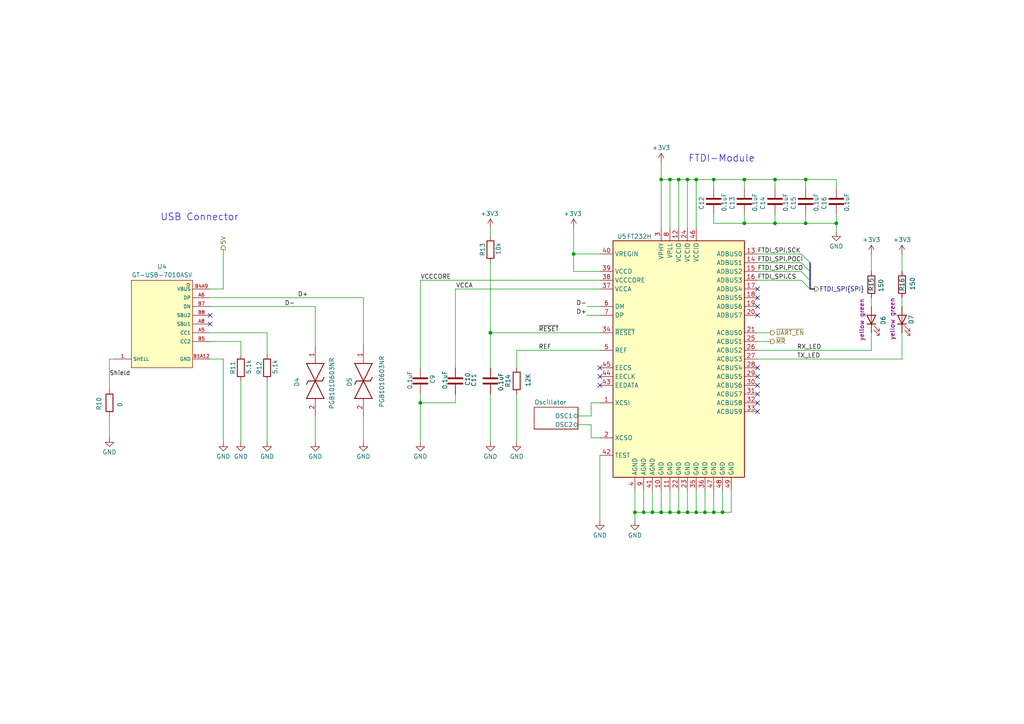
<source format=kicad_sch>
(kicad_sch (version 20231120) (generator "eeschema") (generator_version "8.0")
  (paper "A4")
  (title_block (title "PC connection") (date "2024-05-30") (rev "0.1"))
  (lib_symbols
    (symbol "Device:C" (pin_numbers hide) (pin_names (offset 0.254))
      (property "Reference" "C" (at 0.635 2.54 0))
      (property "Value" "C" (at 0.635 -2.54 0))
      (symbol "C_0_1"
        (polyline (pts (xy -2.032 -0.762) (xy 2.032 -0.762)) (stroke (width 0.508)))
        (polyline (pts (xy -2.032 0.762) (xy 2.032 0.762)) (stroke (width 0.508)))
      )
      (symbol "C_1_1"
        (pin passive line (at 0 3.81 270) (length 2.794) (name "~") (number "1"))
        (pin passive line (at 0 -3.81 90) (length 2.794) (name "~") (number "2"))
      )
    )
    (symbol "Device:LED" (pin_numbers hide) (pin_names (offset 1.016) hide)
      (property "Reference" "D" (at 0 2.54 0))
      (property "Value" "LED" (at 0 -2.54 0))
      (symbol "LED_0_1"
        (polyline (pts (xy -1.27 -1.27) (xy -1.27 1.27)) (stroke (width 0.254)))
        (polyline (pts (xy -1.27 0) (xy 1.27 0)))
        (polyline (pts (xy 1.27 -1.27) (xy 1.27 1.27) (xy -1.27 0) (xy 1.27 -1.27)) (stroke (width 0.254)))
        (polyline (pts (xy -3.048 -0.762) (xy -4.572 -2.286) (xy -3.81 -2.286) (xy -4.572 -2.286) (xy -4.572 -1.524)))
        (polyline (pts (xy -1.778 -0.762) (xy -3.302 -2.286) (xy -2.54 -2.286) (xy -3.302 -2.286) (xy -3.302 -1.524)))
      )
      (symbol "LED_1_1"
        (pin passive line (at -3.81 0 0) (length 2.54) (name "K") (number "1"))
        (pin passive line (at 3.81 0 180) (length 2.54) (name "A") (number "2"))
      )
    )
    (symbol "Device:R" (pin_numbers hide) (pin_names (offset 0))
      (property "Reference" "R" (at 2.032 0 90))
      (property "Value" "R" (at 0 0 90))
      (symbol "R_0_1"
        (rectangle (start -1.016 -2.54) (end 1.016 2.54) (stroke (width 0.254)))
      )
      (symbol "R_1_1"
        (pin passive line (at 0 3.81 270) (length 1.27) (name "~") (number "1"))
        (pin passive line (at 0 -3.81 90) (length 1.27) (name "~") (number "2"))
      )
    )
    (symbol "FABulous:FT232H"
      (property "Reference" "U" (at -19.05 35.56 0))
      (property "Value" "FT232H" (at 12.7 35.56 0))
      (symbol "FT232H_0_1"
        (rectangle (start -19.05 34.29) (end 19.05 -34.29) (stroke (width 0.254)) (fill (type background)))
      )
      (symbol "FT232H_1_1"
        (pin input line (at -22.86 -12.7 0) (length 3.81) (name "XCSI") (number "1"))
        (pin power_in line (at -5.08 -38.1 90) (length 3.81) (name "GND") (number "10"))
        (pin power_in line (at -2.54 -38.1 90) (length 3.81) (name "GND") (number "11"))
        (pin power_in line (at 0 38.1 270) (length 3.81) (name "VCCIO") (number "12"))
        (pin bidirectional line (at 22.86 30.48 180) (length 3.81) (name "ADBUS0") (number "13"))
        (pin bidirectional line (at 22.86 27.94 180) (length 3.81) (name "ADBUS1") (number "14"))
        (pin bidirectional line (at 22.86 25.4 180) (length 3.81) (name "ADBUS2") (number "15"))
        (pin bidirectional line (at 22.86 22.86 180) (length 3.81) (name "ADBUS3") (number "16"))
        (pin bidirectional line (at 22.86 20.32 180) (length 3.81) (name "ADBUS4") (number "17"))
        (pin bidirectional line (at 22.86 17.78 180) (length 3.81) (name "ADBUS5") (number "18"))
        (pin bidirectional line (at 22.86 15.24 180) (length 3.81) (name "ADBUS6") (number "19"))
        (pin output line (at -22.86 -22.86 0) (length 3.81) (name "XCSO") (number "2"))
        (pin bidirectional line (at 22.86 12.7 180) (length 3.81) (name "ADBUS7") (number "20"))
        (pin bidirectional line (at 22.86 7.62 180) (length 3.81) (name "ACBUS0") (number "21"))
        (pin power_in line (at 0 -38.1 90) (length 3.81) (name "GND") (number "22"))
        (pin power_in line (at 2.54 -38.1 90) (length 3.81) (name "GND") (number "23"))
        (pin power_in line (at 2.54 38.1 270) (length 3.81) (name "VCCIO") (number "24"))
        (pin bidirectional line (at 22.86 5.08 180) (length 3.81) (name "ACBUS1") (number "25"))
        (pin bidirectional line (at 22.86 2.54 180) (length 3.81) (name "ACBUS2") (number "26"))
        (pin bidirectional line (at 22.86 0 180) (length 3.81) (name "ACBUS3") (number "27"))
        (pin bidirectional line (at 22.86 -2.54 180) (length 3.81) (name "ACBUS4") (number "28"))
        (pin bidirectional line (at 22.86 -5.08 180) (length 3.81) (name "ACBUS5") (number "29"))
        (pin power_in line (at -5.08 38.1 270) (length 3.81) (name "VPHY") (number "3"))
        (pin bidirectional line (at 22.86 -7.62 180) (length 3.81) (name "ACBUS6") (number "30"))
        (pin bidirectional line (at 22.86 -10.16 180) (length 3.81) (name "ACBUS7") (number "31"))
        (pin bidirectional line (at 22.86 -12.7 180) (length 3.81) (name "ACBUS8") (number "32"))
        (pin bidirectional line (at 22.86 -15.24 180) (length 3.81) (name "ACBUS9") (number "33"))
        (pin input line (at -22.86 7.62 0) (length 3.81) (name "~{RESET}") (number "34"))
        (pin power_in line (at 5.08 -38.1 90) (length 3.81) (name "GND") (number "35"))
        (pin power_in line (at 7.62 -38.1 90) (length 3.81) (name "GND") (number "36"))
        (pin power_out line (at -22.86 20.32 0) (length 3.81) (name "VCCA") (number "37"))
        (pin power_out line (at -22.86 22.86 0) (length 3.81) (name "VCCCORE") (number "38"))
        (pin power_in line (at -22.86 25.4 0) (length 3.81) (name "VCCD") (number "39"))
        (pin power_in line (at -12.7 -38.1 90) (length 3.81) (name "AGND") (number "4"))
        (pin power_in line (at -22.86 30.48 0) (length 3.81) (name "VREGIN") (number "40"))
        (pin power_in line (at -7.62 -38.1 90) (length 3.81) (name "AGND") (number "41"))
        (pin input line (at -22.86 -27.94 0) (length 3.81) (name "TEST") (number "42"))
        (pin bidirectional line (at -22.86 -7.62 0) (length 3.81) (name "EEDATA") (number "43"))
        (pin input line (at -22.86 -5.08 0) (length 3.81) (name "EECLK") (number "44"))
        (pin input line (at -22.86 -2.54 0) (length 3.81) (name "EECS") (number "45"))
        (pin power_in line (at 5.08 38.1 270) (length 3.81) (name "VCCIO") (number "46"))
        (pin power_in line (at 10.16 -38.1 90) (length 3.81) (name "GND") (number "47"))
        (pin power_in line (at 12.7 -38.1 90) (length 3.81) (name "GND") (number "48"))
        (pin power_in line (at 15.24 -38.1 90) (length 3.81) (name "GND") (number "49"))
        (pin input line (at -22.86 2.54 0) (length 3.81) (name "REF") (number "5"))
        (pin bidirectional line (at -22.86 15.24 0) (length 3.81) (name "DM") (number "6"))
        (pin bidirectional line (at -22.86 12.7 0) (length 3.81) (name "DP") (number "7"))
        (pin power_in line (at -2.54 38.1 270) (length 3.81) (name "VPLL") (number "8"))
        (pin power_in line (at -10.16 -38.1 90) (length 3.81) (name "AGND") (number "9"))
      )
    )
    (symbol "PGB1010603NR:PGB1010603NR" (pin_names hide)
      (property "Reference" "D" (at 12.7 8.89 0))
      (property "Value" "PGB1010603NR" (at 12.7 6.35 0))
      (symbol "PGB1010603NR_1_1"
        (polyline (pts (xy 5.08 2.54) (xy 5.08 -2.54)) (stroke (width 0.254)))
        (polyline (pts (xy 5.08 2.54) (xy 10.16 0)) (stroke (width 0.254)))
        (polyline (pts (xy 9.144 2.54) (xy 10.16 2.032)) (stroke (width 0.254)))
        (polyline (pts (xy 10.16 -2.032) (xy 10.16 2.032)) (stroke (width 0.254)))
        (polyline (pts (xy 10.16 -2.032) (xy 11.176 -2.54)) (stroke (width 0.254)))
        (polyline (pts (xy 10.16 0) (xy 5.08 -2.54)) (stroke (width 0.254)))
        (polyline (pts (xy 10.16 0) (xy 15.24 -2.54)) (stroke (width 0.254)))
        (polyline (pts (xy 15.24 2.54) (xy 10.16 0)) (stroke (width 0.254)))
        (polyline (pts (xy 15.24 2.54) (xy 15.24 -2.54)) (stroke (width 0.254)))
        (pin passive line (at 0 0 0) (length 5.08) (name "1") (number "1"))
        (pin passive line (at 20.32 0 180) (length 5.08) (name "2") (number "2"))
      )
    )
    (symbol "easy_eda:GT-USB-7010ASV"
      (property "Reference" "U" (at 0 1.27 0))
      (property "Value" "GT-USB-7010ASV" (at 0 -2.54 0))
      (symbol "GT-USB-7010ASV_0_1"
        (rectangle (start -10.16 10.16) (end 7.62 -15.24) (fill (type background)))
        (circle (center -8.89 8.89) (radius 0.381) (fill (type background)))
      )
      (symbol "GT-USB-7010ASV_1_1"
        (pin passive line (at 12.7 -12.7 180) (length 5.08) (name "SHELL") (number "1"))
        (pin passive line (at 12.7 -12.7 180) (length 5.08) hide (name "SHELL") (number "2"))
        (pin passive line (at 12.7 -12.7 180) (length 5.08) hide (name "SHELL") (number "3"))
        (pin passive line (at 12.7 -12.7 180) (length 5.08) hide (name "SHELL") (number "4"))
        (pin passive line (at -15.24 -12.7 0) (length 5.08) hide (name "GND") (number "A1B12"))
        (pin passive line (at -15.24 7.62 0) (length 5.08) hide (name "VBUS") (number "A4B9"))
        (pin passive line (at -15.24 -5.08 0) (length 5.08) (name "CC1") (number "A5"))
        (pin bidirectional line (at -15.24 5.08 0) (length 5.08) (name "DP") (number "A6"))
        (pin bidirectional line (at -15.24 2.54 0) (length 5.08) hide (name "DN1") (number "A7"))
        (pin passive line (at -15.24 -2.54 0) (length 5.08) (name "SBU1") (number "A8"))
        (pin power_out line (at -15.24 -12.7 0) (length 5.08) (name "GND") (number "B1A12"))
        (pin power_out line (at -15.24 7.62 0) (length 5.08) (name "VBUS") (number "B4A9"))
        (pin passive line (at -15.24 -7.62 0) (length 5.08) (name "CC2") (number "B5"))
        (pin bidirectional line (at -15.24 5.08 0) (length 5.08) hide (name "DP2") (number "B6"))
        (pin bidirectional line (at -15.24 2.54 0) (length 5.08) (name "DN") (number "B7"))
        (pin passive line (at -15.24 0 0) (length 5.08) (name "SBU2") (number "B8"))
      )
    )
    (symbol "power:+3V3" (power) (pin_numbers hide) (pin_names (offset 0) hide)
      (property "Value" "+3V3" (at 0 3.556 0))
      (symbol "+3V3_0_1"
        (polyline (pts (xy -0.762 1.27) (xy 0 2.54)))
        (polyline (pts (xy 0 0) (xy 0 2.54)))
        (polyline (pts (xy 0 2.54) (xy 0.762 1.27)))
      )
      (symbol "+3V3_1_1"
        (pin power_in line (at 0 0 90) (length 0) (name "~") (number "1"))
      )
    )
    (symbol "power:GND" (power) (pin_numbers hide) (pin_names (offset 0) hide)
      (property "Value" "GND" (at 0 -3.81 0))
      (symbol "GND_0_1"
        (polyline (pts (xy 0 0) (xy 0 -1.27) (xy 1.27 -1.27) (xy 0 -2.54) (xy -1.27 -1.27) (xy 0 -1.27)))
      )
      (symbol "GND_1_1"
        (pin power_in line (at 0 0 270) (length 0) (name "~") (number "1"))
      )
    )
  )
  (junction (at 191.77 52.07))
  (junction (at 201.93 52.07))
  (junction (at 233.68 52.07))
  (junction (at 184.15 148.59))
  (junction (at 209.55 148.59))
  (junction (at 166.37 73.66))
  (junction (at 196.85 52.07))
  (junction (at 242.57 64.77))
  (junction (at 191.77 148.59))
  (junction (at 194.31 52.07))
  (junction (at 186.69 148.59))
  (junction (at 204.47 148.59))
  (junction (at 201.93 148.59))
  (junction (at 196.85 148.59))
  (junction (at 207.01 52.07))
  (junction (at 199.39 52.07))
  (junction (at 215.9 52.07))
  (junction (at 142.24 96.52))
  (junction (at 224.79 64.77))
  (junction (at 207.01 148.59))
  (junction (at 194.31 148.59))
  (junction (at 121.92 116.84))
  (junction (at 189.23 148.59))
  (junction (at 199.39 148.59))
  (junction (at 224.79 52.07))
  (junction (at 233.68 64.77))
  (junction (at 215.9 64.77))
  (no_connect (at 219.71 116.84))
  (no_connect (at 219.71 83.82))
  (no_connect (at 219.71 111.76))
  (no_connect (at 60.96 91.44))
  (no_connect (at 173.99 109.22))
  (no_connect (at 219.71 119.38))
  (no_connect (at 219.71 88.9))
  (no_connect (at 173.99 111.76))
  (no_connect (at 219.71 114.3))
  (no_connect (at 219.71 106.68))
  (no_connect (at 60.96 93.98))
  (no_connect (at 173.99 106.68))
  (no_connect (at 219.71 91.44))
  (no_connect (at 219.71 109.22))
  (no_connect (at 219.71 86.36))
  (bus_entry (at 232.41 78.74) (size 2.54 2.54))
  (bus_entry (at 232.41 81.28) (size 2.54 2.54))
  (bus_entry (at 232.41 76.2) (size 2.54 2.54))
  (bus_entry (at 232.41 73.66) (size 2.54 2.54))
  (wire (pts (xy 215.9 52.07) (xy 224.79 52.07)))
  (wire (pts (xy 149.86 106.68) (xy 149.86 101.6)))
  (wire (pts (xy 189.23 148.59) (xy 191.77 148.59)))
  (wire (pts (xy 91.44 88.9) (xy 91.44 100.33)))
  (wire (pts (xy 105.41 120.65) (xy 105.41 128.27)))
  (wire (pts (xy 142.24 76.2) (xy 142.24 96.52)))
  (wire (pts (xy 91.44 120.65) (xy 91.44 128.27)))
  (wire (pts (xy 60.96 83.82) (xy 64.77 83.82)))
  (wire (pts (xy 212.09 142.24) (xy 212.09 148.59)))
  (wire (pts (xy 69.85 110.49) (xy 69.85 128.27)))
  (wire (pts (xy 219.71 73.66) (xy 232.41 73.66)))
  (wire (pts (xy 166.37 73.66) (xy 173.99 73.66)))
  (wire (pts (xy 252.73 73.66) (xy 252.73 78.74)))
  (wire (pts (xy 132.08 83.82) (xy 173.99 83.82)))
  (wire (pts (xy 261.62 86.36) (xy 261.62 88.9)))
  (wire (pts (xy 212.09 148.59) (xy 209.55 148.59)))
  (wire (pts (xy 171.45 116.84) (xy 173.99 116.84)))
  (wire (pts (xy 215.9 64.77) (xy 224.79 64.77)))
  (wire (pts (xy 224.79 64.77) (xy 233.68 64.77)))
  (wire (pts (xy 224.79 62.23) (xy 224.79 64.77)))
  (wire (pts (xy 69.85 99.06) (xy 60.96 99.06)))
  (wire (pts (xy 233.68 64.77) (xy 242.57 64.77)))
  (wire (pts (xy 77.47 96.52) (xy 77.47 102.87)))
  (bus (pts (xy 234.95 81.28) (xy 234.95 83.82)))
  (wire (pts (xy 60.96 104.14) (xy 64.77 104.14)))
  (wire (pts (xy 196.85 142.24) (xy 196.85 148.59)))
  (wire (pts (xy 242.57 52.07) (xy 242.57 54.61)))
  (wire (pts (xy 142.24 114.3) (xy 142.24 128.27)))
  (wire (pts (xy 121.92 81.28) (xy 121.92 106.68)))
  (wire (pts (xy 184.15 148.59) (xy 186.69 148.59)))
  (wire (pts (xy 191.77 142.24) (xy 191.77 148.59)))
  (wire (pts (xy 215.9 62.23) (xy 215.9 64.77)))
  (wire (pts (xy 219.71 101.6) (xy 252.73 101.6)))
  (wire (pts (xy 31.75 104.14) (xy 31.75 113.03)))
  (wire (pts (xy 31.75 120.65) (xy 31.75 127)))
  (wire (pts (xy 194.31 142.24) (xy 194.31 148.59)))
  (wire (pts (xy 191.77 52.07) (xy 191.77 66.04)))
  (wire (pts (xy 167.64 123.19) (xy 171.45 123.19)))
  (wire (pts (xy 149.86 101.6) (xy 173.99 101.6)))
  (wire (pts (xy 252.73 101.6) (xy 252.73 96.52)))
  (bus (pts (xy 234.95 83.82) (xy 236.22 83.82)))
  (wire (pts (xy 252.73 86.36) (xy 252.73 88.9)))
  (wire (pts (xy 215.9 64.77) (xy 207.01 64.77)))
  (wire (pts (xy 170.18 91.44) (xy 173.99 91.44)))
  (wire (pts (xy 215.9 54.61) (xy 215.9 52.07)))
  (wire (pts (xy 219.71 76.2) (xy 232.41 76.2)))
  (wire (pts (xy 171.45 123.19) (xy 171.45 127)))
  (wire (pts (xy 242.57 64.77) (xy 242.57 62.23)))
  (wire (pts (xy 191.77 148.59) (xy 194.31 148.59)))
  (wire (pts (xy 201.93 52.07) (xy 201.93 66.04)))
  (wire (pts (xy 171.45 127) (xy 173.99 127)))
  (wire (pts (xy 194.31 52.07) (xy 194.31 66.04)))
  (wire (pts (xy 121.92 116.84) (xy 121.92 128.27)))
  (wire (pts (xy 204.47 148.59) (xy 201.93 148.59)))
  (wire (pts (xy 121.92 114.3) (xy 121.92 116.84)))
  (wire (pts (xy 132.08 106.68) (xy 132.08 83.82)))
  (wire (pts (xy 224.79 54.61) (xy 224.79 52.07)))
  (wire (pts (xy 233.68 62.23) (xy 233.68 64.77)))
  (wire (pts (xy 196.85 52.07) (xy 199.39 52.07)))
  (bus (pts (xy 234.95 76.2) (xy 234.95 78.74)))
  (wire (pts (xy 242.57 64.77) (xy 242.57 67.31)))
  (wire (pts (xy 132.08 116.84) (xy 132.08 114.3)))
  (bus (pts (xy 234.95 78.74) (xy 234.95 81.28)))
  (wire (pts (xy 69.85 102.87) (xy 69.85 99.06)))
  (wire (pts (xy 219.71 99.06) (xy 223.52 99.06)))
  (wire (pts (xy 60.96 88.9) (xy 91.44 88.9)))
  (wire (pts (xy 199.39 142.24) (xy 199.39 148.59)))
  (wire (pts (xy 201.93 148.59) (xy 199.39 148.59)))
  (wire (pts (xy 142.24 106.68) (xy 142.24 96.52)))
  (wire (pts (xy 199.39 52.07) (xy 201.93 52.07)))
  (wire (pts (xy 219.71 78.74) (xy 232.41 78.74)))
  (wire (pts (xy 261.62 73.66) (xy 261.62 78.74)))
  (wire (pts (xy 64.77 104.14) (xy 64.77 128.27)))
  (wire (pts (xy 173.99 151.13) (xy 173.99 132.08)))
  (wire (pts (xy 201.93 52.07) (xy 207.01 52.07)))
  (wire (pts (xy 233.68 52.07) (xy 233.68 54.61)))
  (wire (pts (xy 173.99 81.28) (xy 121.92 81.28)))
  (wire (pts (xy 166.37 73.66) (xy 166.37 78.74)))
  (wire (pts (xy 207.01 64.77) (xy 207.01 62.23)))
  (wire (pts (xy 184.15 142.24) (xy 184.15 148.59)))
  (wire (pts (xy 105.41 86.36) (xy 105.41 100.33)))
  (wire (pts (xy 60.96 96.52) (xy 77.47 96.52)))
  (wire (pts (xy 60.96 86.36) (xy 105.41 86.36)))
  (wire (pts (xy 219.71 104.14) (xy 261.62 104.14)))
  (wire (pts (xy 142.24 66.04) (xy 142.24 68.58)))
  (wire (pts (xy 142.24 96.52) (xy 173.99 96.52)))
  (wire (pts (xy 170.18 88.9) (xy 173.99 88.9)))
  (wire (pts (xy 194.31 148.59) (xy 196.85 148.59)))
  (wire (pts (xy 186.69 142.24) (xy 186.69 148.59)))
  (wire (pts (xy 196.85 52.07) (xy 196.85 66.04)))
  (wire (pts (xy 219.71 96.52) (xy 223.52 96.52)))
  (wire (pts (xy 184.15 151.13) (xy 184.15 148.59)))
  (wire (pts (xy 33.02 104.14) (xy 31.75 104.14)))
  (wire (pts (xy 215.9 52.07) (xy 207.01 52.07)))
  (wire (pts (xy 209.55 142.24) (xy 209.55 148.59)))
  (wire (pts (xy 219.71 81.28) (xy 232.41 81.28)))
  (wire (pts (xy 196.85 148.59) (xy 199.39 148.59)))
  (wire (pts (xy 189.23 142.24) (xy 189.23 148.59)))
  (wire (pts (xy 199.39 52.07) (xy 199.39 66.04)))
  (wire (pts (xy 191.77 46.99) (xy 191.77 52.07)))
  (wire (pts (xy 233.68 52.07) (xy 242.57 52.07)))
  (wire (pts (xy 121.92 116.84) (xy 132.08 116.84)))
  (wire (pts (xy 201.93 142.24) (xy 201.93 148.59)))
  (wire (pts (xy 171.45 116.84) (xy 171.45 120.65)))
  (wire (pts (xy 204.47 142.24) (xy 204.47 148.59)))
  (wire (pts (xy 149.86 114.3) (xy 149.86 128.27)))
  (wire (pts (xy 209.55 148.59) (xy 207.01 148.59)))
  (wire (pts (xy 261.62 104.14) (xy 261.62 96.52)))
  (wire (pts (xy 194.31 52.07) (xy 196.85 52.07)))
  (wire (pts (xy 191.77 52.07) (xy 194.31 52.07)))
  (wire (pts (xy 186.69 148.59) (xy 189.23 148.59)))
  (wire (pts (xy 167.64 120.65) (xy 171.45 120.65)))
  (wire (pts (xy 207.01 52.07) (xy 207.01 54.61)))
  (wire (pts (xy 207.01 142.24) (xy 207.01 148.59)))
  (wire (pts (xy 224.79 52.07) (xy 233.68 52.07)))
  (wire (pts (xy 166.37 78.74) (xy 173.99 78.74)))
  (wire (pts (xy 77.47 110.49) (xy 77.47 128.27)))
  (wire (pts (xy 64.77 72.39) (xy 64.77 83.82)))
  (wire (pts (xy 207.01 148.59) (xy 204.47 148.59)))
  (wire (pts (xy 166.37 66.04) (xy 166.37 73.66)))
  (text "USB Connector" (at 46.482 64.262 0) (effects (font (size 2 2)) (justify left bottom)))
  (text "FTDI-Module\n" (at 199.644 47.244 0) (effects (font (size 2 2)) (justify left bottom)))
  (label "Shield" (at 31.75 109.22 0))
  (label "TX_LED" (at 231.14 104.14 0))
  (label "~{RESET}" (at 156.21 96.52 0))
  (label "FTDI_SPI.SCK" (at 219.71 73.66 0))
  (label "FTDI_SPI.POCI" (at 219.71 76.2 0))
  (label "D-" (at 82.55 88.9 0))
  (label "D+" (at 170.18 91.44 180))
  (label "RX_LED" (at 231.14 101.6 0))
  (label "REF" (at 156.21 101.6 0))
  (label "FTDI_SPI.CS" (at 219.71 81.28 0))
  (label "D-" (at 170.18 88.9 180))
  (label "D+" (at 86.36 86.36 0))
  (label "FTDI_SPI.PICO" (at 219.71 78.74 0))
  (label "VCCCORE" (at 130.81 81.28 180))
  (label "VCCA" (at 137.16 83.82 180))
  (hierarchical_label "~{MR}" (shape output) (at 223.52 99.06 0))
  (hierarchical_label "~{UART_EN}" (shape output) (at 223.52 96.52 0))
  (hierarchical_label "FTDI_SPI{SPI}" (shape output) (at 236.22 83.82 0))
  (hierarchical_label "5V" (shape output) (at 64.77 72.39 90))
  (symbol (lib_id "Device:R") (at 142.24 72.39 0) (unit 1)
    (property "Reference" "R13" (at 139.954 72.39 90))
    (property "Value" "10k" (at 144.526 72.136 90))
    (property "Footprint" "Resistor_SMD:R_0805_2012Metric" (effects (hide yes)))
    (property "Description" "Resistor" (effects (hide yes)))
  )
  (symbol (lib_id "Device:C") (at 142.24 110.49 180) (unit 1)
    (property "Reference" "C11" (at 137.414 110.236 90))
    (property "Value" "0.1uF" (at 145.288 110.744 90))
    (property "Footprint" "Capacitor_SMD:C_0805_2012Metric" (effects (hide yes)))
    (property "Description" "Unpolarized capacitor" (effects (hide yes)))
  )
  (symbol (lib_id "power:GND") (at 77.47 128.27 0) (unit 1)
    (property "Reference" "#PWR033" (effects (hide yes)))
    (property "Value" "GND" (at 77.47 132.4031 0))
    (property "Description" "Power symbol creates a global label with name \"GND\" , ground" (effects (hide yes)))
  )
  (symbol (lib_id "Device:R") (at 69.85 106.68 0) (unit 1)
    (property "Reference" "R11" (at 67.564 106.68 90))
    (property "Value" "5.1k" (at 72.136 106.426 90))
    (property "Footprint" "Resistor_SMD:R_0805_2012Metric" (effects (hide yes)))
    (property "Description" "Resistor" (effects (hide yes)))
  )
  (symbol (lib_id "power:GND") (at 142.24 128.27 0) (unit 1)
    (property "Reference" "#PWR038" (effects (hide yes)))
    (property "Value" "GND" (at 142.24 132.4031 0))
    (property "Description" "Power symbol creates a global label with name \"GND\" , ground" (effects (hide yes)))
  )
  (symbol (lib_id "power:+3V3") (at 142.24 66.04 0) (unit 1)
    (property "Reference" "#PWR037" (effects (hide yes)))
    (property "Value" "+3V3" (at 141.986 61.976 0))
    (property "Description" "Power symbol creates a global label with name \"+3V3\"" (effects (hide yes)))
  )
  (symbol (lib_id "power:GND") (at 105.41 128.27 0) (unit 1)
    (property "Reference" "#PWR035" (effects (hide yes)))
    (property "Value" "GND" (at 105.41 132.4031 0))
    (property "Description" "Power symbol creates a global label with name \"GND\" , ground" (effects (hide yes)))
  )
  (symbol (lib_id "power:GND") (at 91.44 128.27 0) (unit 1)
    (property "Reference" "#PWR034" (effects (hide yes)))
    (property "Value" "GND" (at 91.44 132.4031 0))
    (property "Description" "Power symbol creates a global label with name \"GND\" , ground" (effects (hide yes)))
  )
  (symbol (lib_id "power:GND") (at 121.92 128.27 0) (unit 1)
    (property "Reference" "#PWR036" (effects (hide yes)))
    (property "Value" "GND" (at 121.92 132.4031 0))
    (property "Description" "Power symbol creates a global label with name \"GND\" , ground" (effects (hide yes)))
  )
  (symbol (lib_id "PGB1010603NR:PGB1010603NR") (at 91.44 100.33 270) (unit 1)
    (property "Reference" "D4" (at 86.106 109.474 0) (effects (justify left)))
    (property "Value" "PGB1010603NR" (at 96.266 103.632 0) (effects (justify left)))
    (property "Footprint" "easy_eda:D0603-BI" (effects (hide yes)))
    (property "Datasheet" "https://www.littelfuse.com/data/en/data_sheets/littelfuse_pulseguard-esd_pgb1.pdf" (effects (hide yes)))
    (property "Description" "ESD Suppressors / TVS Diodes 0603 24VDC .06pF" (effects (hide yes)))
    (property "Height" "0.36" (effects (hide yes)))
    (property "Manufacturer_Name" "LITTELFUSE" (effects (hide yes)))
    (property "Manufacturer_Part_Number" "PGB1010603NR" (effects (hide yes)))
    (property "Mouser Part Number" "576-PGB1010603NR" (effects (hide yes)))
    (property "Mouser Price/Stock" "https://www.mouser.co.uk/ProductDetail/Littelfuse/PGB1010603NR?qs=gu7KAQ731UTJOoBJUwB8FA%3D%3D" (effects (hide yes)))
    (property "Arrow Part Number" "PGB1010603NR" (effects (hide yes)))
    (property "Arrow Price/Stock" "https://www.arrow.com/en/products/pgb1010603nr/littelfuse?region=nac" (effects (hide yes)))
  )
  (symbol (lib_id "Device:R") (at 77.47 106.68 0) (unit 1)
    (property "Reference" "R12" (at 75.184 106.68 90))
    (property "Value" "5.1k" (at 79.756 106.426 90))
    (property "Footprint" "Resistor_SMD:R_0805_2012Metric" (effects (hide yes)))
    (property "Description" "Resistor" (effects (hide yes)))
  )
  (symbol (lib_id "power:+3V3") (at 252.73 73.66 0) (unit 1)
    (property "Reference" "#PWR045" (effects (hide yes)))
    (property "Value" "+3V3" (at 252.73 69.5269 0))
    (property "Description" "Power symbol creates a global label with name \"+3V3\"" (effects (hide yes)))
  )
  (symbol (lib_id "Device:C") (at 121.92 110.49 0) (unit 1)
    (property "Reference" "C9" (at 125.476 109.982 90))
    (property "Value" "0.1uF" (at 118.872 110.236 90))
    (property "Footprint" "Capacitor_SMD:C_0805_2012Metric" (effects (hide yes)))
    (property "Description" "Unpolarized capacitor" (effects (hide yes)))
  )
  (symbol (lib_id "power:GND") (at 69.85 128.27 0) (unit 1)
    (property "Reference" "#PWR032" (effects (hide yes)))
    (property "Value" "GND" (at 69.85 132.4031 0))
    (property "Description" "Power symbol creates a global label with name \"GND\" , ground" (effects (hide yes)))
  )
  (symbol (lib_id "power:GND") (at 184.15 151.13 0) (unit 1)
    (property "Reference" "#PWR042" (effects (hide yes)))
    (property "Value" "GND" (at 184.15 155.2631 0))
    (property "Description" "Power symbol creates a global label with name \"GND\" , ground" (effects (hide yes)))
  )
  (symbol (lib_id "Device:R") (at 252.73 82.55 180) (unit 1)
    (property "Reference" "R15" (at 252.73 82.55 90))
    (property "Value" "150" (at 255.524 82.804 90))
    (property "Footprint" "Resistor_SMD:R_0805_2012Metric" (effects (hide yes)))
    (property "Description" "Resistor" (effects (hide yes)))
  )
  (symbol (lib_id "Device:C") (at 132.08 110.49 0) (unit 1)
    (property "Reference" "C10" (at 135.636 109.982 90))
    (property "Value" "0.1uF" (at 129.032 110.236 90))
    (property "Footprint" "Capacitor_SMD:C_0805_2012Metric" (effects (hide yes)))
    (property "Description" "Unpolarized capacitor" (effects (hide yes)))
  )
  (symbol (lib_id "Device:R") (at 261.62 82.55 180) (unit 1)
    (property "Reference" "R16" (at 261.62 82.55 90))
    (property "Value" "150" (at 264.668 82.296 90))
    (property "Footprint" "Resistor_SMD:R_0805_2012Metric" (effects (hide yes)))
    (property "Description" "Resistor" (effects (hide yes)))
  )
  (symbol (lib_id "easy_eda:GT-USB-7010ASV") (at 45.72 91.44 0) (mirror y) (unit 1)
    (property "Reference" "U4" (at 46.99 77.3317 0))
    (property "Value" "GT-USB-7010ASV" (at 46.99 79.756 0))
    (property "Footprint" "easy_eda:USB-C-SMD_G-SWITCH_GT-USB-7010ASV" (effects (hide yes)))
    (property "Datasheet" "https://atta.szlcsc.com/upload/public/pdf/source/20220407/8043DBBC37E1BDE9D4FD36EE7A4A9BB9.pdf" (effects (hide yes)))
    (property "LCSC" "C2988369" (effects (hide yes)))
  )
  (symbol (lib_id "Device:LED") (at 252.73 92.71 90) (unit 1)
    (property "Reference" "D6" (at 256.159 92.964 0))
    (property "Value" "C965826" (effects (hide yes)))
    (property "Footprint" "LED_SMD:LED_1206_3216Metric" (effects (hide yes)))
    (property "Description" "yellow green" (at 249.936 92.71 0))
    (property "LCSC Number" " C965826" (effects (hide yes)))
  )
  (symbol (lib_id "power:+3V3") (at 166.37 66.04 0) (unit 1)
    (property "Reference" "#PWR040" (effects (hide yes)))
    (property "Value" "+3V3" (at 166.116 61.976 0))
    (property "Description" "Power symbol creates a global label with name \"+3V3\"" (effects (hide yes)))
  )
  (symbol (lib_id "Device:LED") (at 261.62 92.71 90) (unit 1)
    (property "Reference" "D7" (at 264.287 92.71 0))
    (property "Value" "C965826" (effects (hide yes)))
    (property "Footprint" "LED_SMD:LED_1206_3216Metric" (effects (hide yes)))
    (property "Description" "yellow green" (at 258.826 92.456 0))
    (property "LCSC Number" " C965826" (effects (hide yes)))
  )
  (symbol (lib_id "power:GND") (at 173.99 151.13 0) (unit 1)
    (property "Reference" "#PWR041" (effects (hide yes)))
    (property "Value" "GND" (at 173.99 155.2631 0))
    (property "Description" "Power symbol creates a global label with name \"GND\" , ground" (effects (hide yes)))
  )
  (symbol (lib_id "power:GND") (at 64.77 128.27 0) (unit 1)
    (property "Reference" "#PWR031" (effects (hide yes)))
    (property "Value" "GND" (at 64.77 132.4031 0))
    (property "Description" "Power symbol creates a global label with name \"GND\" , ground" (effects (hide yes)))
  )
  (symbol (lib_id "power:GND") (at 242.57 67.31 0) (unit 1)
    (property "Reference" "#PWR044" (effects (hide yes)))
    (property "Value" "GND" (at 242.57 71.4431 0))
    (property "Description" "Power symbol creates a global label with name \"GND\" , ground" (effects (hide yes)))
  )
  (symbol (lib_id "FABulous:FT232H") (at 196.85 104.14 0) (unit 1)
    (property "Reference" "U5" (at 180.34 68.58 0))
    (property "Value" "FT232H" (at 185.42 68.58 0))
    (property "Footprint" "Package_QFP:LQFP-48-1EP_7x7mm_P0.5mm_EP3.6x3.6mm" (effects (hide yes)))
    (property "Datasheet" "https://www.ftdichip.com/Support/Documents/DataSheets/ICs/DS_FT232H.pdf" (effects (hide yes)))
    (property "Description" "Hi Speed Single Channel USB UART/FIFO, LQFP/QFN-48" (effects (hide yes)))
  )
  (symbol (lib_id "Device:C") (at 242.57 58.42 180) (unit 1)
    (property "Reference" "C16" (at 239.014 58.928 90))
    (property "Value" "0.1uF" (at 245.618 58.674 90))
    (property "Footprint" "Capacitor_SMD:C_0805_2012Metric" (effects (hide yes)))
    (property "Description" "Unpolarized capacitor" (effects (hide yes)))
  )
  (symbol (lib_id "Device:C") (at 224.79 58.42 180) (unit 1)
    (property "Reference" "C14" (at 221.234 58.928 90))
    (property "Value" "0.1uF" (at 227.838 58.674 90))
    (property "Footprint" "Capacitor_SMD:C_0805_2012Metric" (effects (hide yes)))
    (property "Description" "Unpolarized capacitor" (effects (hide yes)))
  )
  (symbol (lib_id "power:+3V3") (at 191.77 46.99 0) (unit 1)
    (property "Reference" "#PWR043" (effects (hide yes)))
    (property "Value" "+3V3" (at 191.77 42.8569 0))
    (property "Description" "Power symbol creates a global label with name \"+3V3\"" (effects (hide yes)))
  )
  (symbol (lib_id "Device:R") (at 149.86 110.49 180) (unit 1)
    (property "Reference" "R14" (at 147.32 110.49 90))
    (property "Value" "12K" (at 153.162 110.236 90))
    (property "Footprint" "Resistor_SMD:R_0805_2012Metric" (effects (hide yes)))
    (property "Description" "Resistor" (effects (hide yes)))
  )
  (symbol (lib_id "power:GND") (at 149.86 128.27 0) (unit 1)
    (property "Reference" "#PWR039" (effects (hide yes)))
    (property "Value" "GND" (at 149.86 132.4031 0))
    (property "Description" "Power symbol creates a global label with name \"GND\" , ground" (effects (hide yes)))
  )
  (symbol (lib_id "Device:C") (at 207.01 58.42 180) (unit 1)
    (property "Reference" "C12" (at 203.454 58.928 90))
    (property "Value" "0.1uF" (at 210.058 58.674 90))
    (property "Footprint" "Capacitor_SMD:C_0805_2012Metric" (effects (hide yes)))
    (property "Description" "Unpolarized capacitor" (effects (hide yes)))
  )
  (symbol (lib_id "Device:C") (at 233.68 58.42 180) (unit 1)
    (property "Reference" "C15" (at 230.124 58.928 90))
    (property "Value" "0.1uF" (at 236.728 58.674 90))
    (property "Footprint" "Capacitor_SMD:C_0805_2012Metric" (effects (hide yes)))
    (property "Description" "Unpolarized capacitor" (effects (hide yes)))
  )
  (symbol (lib_id "PGB1010603NR:PGB1010603NR") (at 105.41 100.33 270) (unit 1)
    (property "Reference" "D5" (at 101.346 109.474 0) (effects (justify left)))
    (property "Value" "PGB1010603NR" (at 110.744 103.124 0) (effects (justify left)))
    (property "Footprint" "easy_eda:D0603-BI" (effects (hide yes)))
    (property "Datasheet" "https://www.littelfuse.com/data/en/data_sheets/littelfuse_pulseguard-esd_pgb1.pdf" (effects (hide yes)))
    (property "Description" "ESD Suppressors / TVS Diodes 0603 24VDC .06pF" (effects (hide yes)))
    (property "Height" "0.36" (effects (hide yes)))
    (property "Manufacturer_Name" "LITTELFUSE" (effects (hide yes)))
    (property "Manufacturer_Part_Number" "PGB1010603NR" (effects (hide yes)))
    (property "Mouser Part Number" "576-PGB1010603NR" (effects (hide yes)))
    (property "Mouser Price/Stock" "https://www.mouser.co.uk/ProductDetail/Littelfuse/PGB1010603NR?qs=gu7KAQ731UTJOoBJUwB8FA%3D%3D" (effects (hide yes)))
    (property "Arrow Part Number" "PGB1010603NR" (effects (hide yes)))
    (property "Arrow Price/Stock" "https://www.arrow.com/en/products/pgb1010603nr/littelfuse?region=nac" (effects (hide yes)))
  )
  (symbol (lib_id "power:+3V3") (at 261.62 73.66 0) (unit 1)
    (property "Reference" "#PWR046" (effects (hide yes)))
    (property "Value" "+3V3" (at 261.62 69.5269 0))
    (property "Description" "Power symbol creates a global label with name \"+3V3\"" (effects (hide yes)))
  )
  (symbol (lib_id "power:GND") (at 31.75 127 0) (unit 1)
    (property "Reference" "#PWR030" (effects (hide yes)))
    (property "Value" "GND" (at 31.75 131.1331 0))
    (property "Description" "Power symbol creates a global label with name \"GND\" , ground" (effects (hide yes)))
  )
  (symbol (lib_id "Device:C") (at 215.9 58.42 180) (unit 1)
    (property "Reference" "C13" (at 212.344 58.928 90))
    (property "Value" "0.1uF" (at 218.948 58.674 90))
    (property "Footprint" "Capacitor_SMD:C_0805_2012Metric" (effects (hide yes)))
    (property "Description" "Unpolarized capacitor" (effects (hide yes)))
  )
  (symbol (lib_id "Device:R") (at 31.75 116.84 0) (unit 1)
    (property "Reference" "R10" (at 28.702 117.094 90))
    (property "Value" "0" (at 34.798 117.348 90))
    (property "Footprint" "Resistor_SMD:R_0805_2012Metric" (effects (hide yes)))
    (property "Description" "Resistor" (effects (hide yes)))
  )
  (sheet (at 154.94 118.11) (size 12.7 6.35) (stroke (width 0.1524))
    (property "Sheetname" "Oscillator" (at 154.94 117.3984 0) (effects (justify left bottom)))
    (property "Sheetfile" "oscillator.kicad_sch" (effects (hide yes)))
    (pin "OSC1" bidirectional (at 167.64 120.65 0))
    (pin "OSC2" bidirectional (at 167.64 123.19 0))
  )
)
</source>
